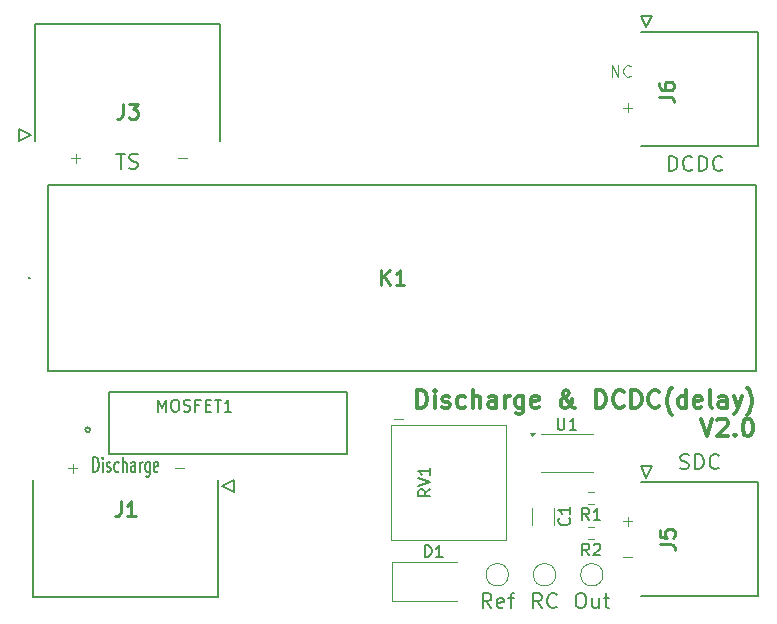
<source format=gbr>
%TF.GenerationSoftware,KiCad,Pcbnew,9.0.1-1.fc42*%
%TF.CreationDate,2025-04-27T23:47:53+08:00*%
%TF.ProjectId,discharge & time_delayforDCDC,64697363-6861-4726-9765-20262074696d,rev?*%
%TF.SameCoordinates,Original*%
%TF.FileFunction,Legend,Top*%
%TF.FilePolarity,Positive*%
%FSLAX46Y46*%
G04 Gerber Fmt 4.6, Leading zero omitted, Abs format (unit mm)*
G04 Created by KiCad (PCBNEW 9.0.1-1.fc42) date 2025-04-27 23:47:53*
%MOMM*%
%LPD*%
G01*
G04 APERTURE LIST*
%ADD10C,0.100000*%
%ADD11C,0.300000*%
%ADD12C,0.150000*%
%ADD13C,0.254000*%
%ADD14C,0.158750*%
%ADD15C,0.120000*%
%ADD16C,0.200000*%
%ADD17C,0.127000*%
%ADD18C,0.152400*%
G04 APERTURE END LIST*
D10*
X116553884Y-90241466D02*
X117315789Y-90241466D01*
X116934836Y-90622419D02*
X116934836Y-89860514D01*
X163303884Y-120991466D02*
X164065789Y-120991466D01*
X163684836Y-121372419D02*
X163684836Y-120610514D01*
X143913884Y-112326466D02*
X144675789Y-112326466D01*
X116303884Y-116491466D02*
X117065789Y-116491466D01*
X116684836Y-116872419D02*
X116684836Y-116110514D01*
X125553884Y-90241466D02*
X126315789Y-90241466D01*
X162303884Y-83372419D02*
X162303884Y-82372419D01*
X162303884Y-82372419D02*
X162875312Y-83372419D01*
X162875312Y-83372419D02*
X162875312Y-82372419D01*
X163922931Y-83277180D02*
X163875312Y-83324800D01*
X163875312Y-83324800D02*
X163732455Y-83372419D01*
X163732455Y-83372419D02*
X163637217Y-83372419D01*
X163637217Y-83372419D02*
X163494360Y-83324800D01*
X163494360Y-83324800D02*
X163399122Y-83229561D01*
X163399122Y-83229561D02*
X163351503Y-83134323D01*
X163351503Y-83134323D02*
X163303884Y-82943847D01*
X163303884Y-82943847D02*
X163303884Y-82800990D01*
X163303884Y-82800990D02*
X163351503Y-82610514D01*
X163351503Y-82610514D02*
X163399122Y-82515276D01*
X163399122Y-82515276D02*
X163494360Y-82420038D01*
X163494360Y-82420038D02*
X163637217Y-82372419D01*
X163637217Y-82372419D02*
X163732455Y-82372419D01*
X163732455Y-82372419D02*
X163875312Y-82420038D01*
X163875312Y-82420038D02*
X163922931Y-82467657D01*
X125303884Y-116491466D02*
X126065789Y-116491466D01*
D11*
X145838346Y-111385912D02*
X145838346Y-109885912D01*
X145838346Y-109885912D02*
X146195489Y-109885912D01*
X146195489Y-109885912D02*
X146409775Y-109957341D01*
X146409775Y-109957341D02*
X146552632Y-110100198D01*
X146552632Y-110100198D02*
X146624061Y-110243055D01*
X146624061Y-110243055D02*
X146695489Y-110528769D01*
X146695489Y-110528769D02*
X146695489Y-110743055D01*
X146695489Y-110743055D02*
X146624061Y-111028769D01*
X146624061Y-111028769D02*
X146552632Y-111171626D01*
X146552632Y-111171626D02*
X146409775Y-111314484D01*
X146409775Y-111314484D02*
X146195489Y-111385912D01*
X146195489Y-111385912D02*
X145838346Y-111385912D01*
X147338346Y-111385912D02*
X147338346Y-110385912D01*
X147338346Y-109885912D02*
X147266918Y-109957341D01*
X147266918Y-109957341D02*
X147338346Y-110028769D01*
X147338346Y-110028769D02*
X147409775Y-109957341D01*
X147409775Y-109957341D02*
X147338346Y-109885912D01*
X147338346Y-109885912D02*
X147338346Y-110028769D01*
X147981204Y-111314484D02*
X148124061Y-111385912D01*
X148124061Y-111385912D02*
X148409775Y-111385912D01*
X148409775Y-111385912D02*
X148552632Y-111314484D01*
X148552632Y-111314484D02*
X148624061Y-111171626D01*
X148624061Y-111171626D02*
X148624061Y-111100198D01*
X148624061Y-111100198D02*
X148552632Y-110957341D01*
X148552632Y-110957341D02*
X148409775Y-110885912D01*
X148409775Y-110885912D02*
X148195490Y-110885912D01*
X148195490Y-110885912D02*
X148052632Y-110814484D01*
X148052632Y-110814484D02*
X147981204Y-110671626D01*
X147981204Y-110671626D02*
X147981204Y-110600198D01*
X147981204Y-110600198D02*
X148052632Y-110457341D01*
X148052632Y-110457341D02*
X148195490Y-110385912D01*
X148195490Y-110385912D02*
X148409775Y-110385912D01*
X148409775Y-110385912D02*
X148552632Y-110457341D01*
X149909776Y-111314484D02*
X149766918Y-111385912D01*
X149766918Y-111385912D02*
X149481204Y-111385912D01*
X149481204Y-111385912D02*
X149338347Y-111314484D01*
X149338347Y-111314484D02*
X149266918Y-111243055D01*
X149266918Y-111243055D02*
X149195490Y-111100198D01*
X149195490Y-111100198D02*
X149195490Y-110671626D01*
X149195490Y-110671626D02*
X149266918Y-110528769D01*
X149266918Y-110528769D02*
X149338347Y-110457341D01*
X149338347Y-110457341D02*
X149481204Y-110385912D01*
X149481204Y-110385912D02*
X149766918Y-110385912D01*
X149766918Y-110385912D02*
X149909776Y-110457341D01*
X150552632Y-111385912D02*
X150552632Y-109885912D01*
X151195490Y-111385912D02*
X151195490Y-110600198D01*
X151195490Y-110600198D02*
X151124061Y-110457341D01*
X151124061Y-110457341D02*
X150981204Y-110385912D01*
X150981204Y-110385912D02*
X150766918Y-110385912D01*
X150766918Y-110385912D02*
X150624061Y-110457341D01*
X150624061Y-110457341D02*
X150552632Y-110528769D01*
X152552633Y-111385912D02*
X152552633Y-110600198D01*
X152552633Y-110600198D02*
X152481204Y-110457341D01*
X152481204Y-110457341D02*
X152338347Y-110385912D01*
X152338347Y-110385912D02*
X152052633Y-110385912D01*
X152052633Y-110385912D02*
X151909775Y-110457341D01*
X152552633Y-111314484D02*
X152409775Y-111385912D01*
X152409775Y-111385912D02*
X152052633Y-111385912D01*
X152052633Y-111385912D02*
X151909775Y-111314484D01*
X151909775Y-111314484D02*
X151838347Y-111171626D01*
X151838347Y-111171626D02*
X151838347Y-111028769D01*
X151838347Y-111028769D02*
X151909775Y-110885912D01*
X151909775Y-110885912D02*
X152052633Y-110814484D01*
X152052633Y-110814484D02*
X152409775Y-110814484D01*
X152409775Y-110814484D02*
X152552633Y-110743055D01*
X153266918Y-111385912D02*
X153266918Y-110385912D01*
X153266918Y-110671626D02*
X153338347Y-110528769D01*
X153338347Y-110528769D02*
X153409776Y-110457341D01*
X153409776Y-110457341D02*
X153552633Y-110385912D01*
X153552633Y-110385912D02*
X153695490Y-110385912D01*
X154838347Y-110385912D02*
X154838347Y-111600198D01*
X154838347Y-111600198D02*
X154766918Y-111743055D01*
X154766918Y-111743055D02*
X154695489Y-111814484D01*
X154695489Y-111814484D02*
X154552632Y-111885912D01*
X154552632Y-111885912D02*
X154338347Y-111885912D01*
X154338347Y-111885912D02*
X154195489Y-111814484D01*
X154838347Y-111314484D02*
X154695489Y-111385912D01*
X154695489Y-111385912D02*
X154409775Y-111385912D01*
X154409775Y-111385912D02*
X154266918Y-111314484D01*
X154266918Y-111314484D02*
X154195489Y-111243055D01*
X154195489Y-111243055D02*
X154124061Y-111100198D01*
X154124061Y-111100198D02*
X154124061Y-110671626D01*
X154124061Y-110671626D02*
X154195489Y-110528769D01*
X154195489Y-110528769D02*
X154266918Y-110457341D01*
X154266918Y-110457341D02*
X154409775Y-110385912D01*
X154409775Y-110385912D02*
X154695489Y-110385912D01*
X154695489Y-110385912D02*
X154838347Y-110457341D01*
X156124061Y-111314484D02*
X155981204Y-111385912D01*
X155981204Y-111385912D02*
X155695490Y-111385912D01*
X155695490Y-111385912D02*
X155552632Y-111314484D01*
X155552632Y-111314484D02*
X155481204Y-111171626D01*
X155481204Y-111171626D02*
X155481204Y-110600198D01*
X155481204Y-110600198D02*
X155552632Y-110457341D01*
X155552632Y-110457341D02*
X155695490Y-110385912D01*
X155695490Y-110385912D02*
X155981204Y-110385912D01*
X155981204Y-110385912D02*
X156124061Y-110457341D01*
X156124061Y-110457341D02*
X156195490Y-110600198D01*
X156195490Y-110600198D02*
X156195490Y-110743055D01*
X156195490Y-110743055D02*
X155481204Y-110885912D01*
X159195489Y-111385912D02*
X159124061Y-111385912D01*
X159124061Y-111385912D02*
X158981203Y-111314484D01*
X158981203Y-111314484D02*
X158766918Y-111100198D01*
X158766918Y-111100198D02*
X158409775Y-110671626D01*
X158409775Y-110671626D02*
X158266918Y-110457341D01*
X158266918Y-110457341D02*
X158195489Y-110243055D01*
X158195489Y-110243055D02*
X158195489Y-110100198D01*
X158195489Y-110100198D02*
X158266918Y-109957341D01*
X158266918Y-109957341D02*
X158409775Y-109885912D01*
X158409775Y-109885912D02*
X158481203Y-109885912D01*
X158481203Y-109885912D02*
X158624061Y-109957341D01*
X158624061Y-109957341D02*
X158695489Y-110100198D01*
X158695489Y-110100198D02*
X158695489Y-110171626D01*
X158695489Y-110171626D02*
X158624061Y-110314484D01*
X158624061Y-110314484D02*
X158552632Y-110385912D01*
X158552632Y-110385912D02*
X158124061Y-110671626D01*
X158124061Y-110671626D02*
X158052632Y-110743055D01*
X158052632Y-110743055D02*
X157981203Y-110885912D01*
X157981203Y-110885912D02*
X157981203Y-111100198D01*
X157981203Y-111100198D02*
X158052632Y-111243055D01*
X158052632Y-111243055D02*
X158124061Y-111314484D01*
X158124061Y-111314484D02*
X158266918Y-111385912D01*
X158266918Y-111385912D02*
X158481203Y-111385912D01*
X158481203Y-111385912D02*
X158624061Y-111314484D01*
X158624061Y-111314484D02*
X158695489Y-111243055D01*
X158695489Y-111243055D02*
X158909775Y-110957341D01*
X158909775Y-110957341D02*
X158981203Y-110743055D01*
X158981203Y-110743055D02*
X158981203Y-110600198D01*
X160981203Y-111385912D02*
X160981203Y-109885912D01*
X160981203Y-109885912D02*
X161338346Y-109885912D01*
X161338346Y-109885912D02*
X161552632Y-109957341D01*
X161552632Y-109957341D02*
X161695489Y-110100198D01*
X161695489Y-110100198D02*
X161766918Y-110243055D01*
X161766918Y-110243055D02*
X161838346Y-110528769D01*
X161838346Y-110528769D02*
X161838346Y-110743055D01*
X161838346Y-110743055D02*
X161766918Y-111028769D01*
X161766918Y-111028769D02*
X161695489Y-111171626D01*
X161695489Y-111171626D02*
X161552632Y-111314484D01*
X161552632Y-111314484D02*
X161338346Y-111385912D01*
X161338346Y-111385912D02*
X160981203Y-111385912D01*
X163338346Y-111243055D02*
X163266918Y-111314484D01*
X163266918Y-111314484D02*
X163052632Y-111385912D01*
X163052632Y-111385912D02*
X162909775Y-111385912D01*
X162909775Y-111385912D02*
X162695489Y-111314484D01*
X162695489Y-111314484D02*
X162552632Y-111171626D01*
X162552632Y-111171626D02*
X162481203Y-111028769D01*
X162481203Y-111028769D02*
X162409775Y-110743055D01*
X162409775Y-110743055D02*
X162409775Y-110528769D01*
X162409775Y-110528769D02*
X162481203Y-110243055D01*
X162481203Y-110243055D02*
X162552632Y-110100198D01*
X162552632Y-110100198D02*
X162695489Y-109957341D01*
X162695489Y-109957341D02*
X162909775Y-109885912D01*
X162909775Y-109885912D02*
X163052632Y-109885912D01*
X163052632Y-109885912D02*
X163266918Y-109957341D01*
X163266918Y-109957341D02*
X163338346Y-110028769D01*
X163981203Y-111385912D02*
X163981203Y-109885912D01*
X163981203Y-109885912D02*
X164338346Y-109885912D01*
X164338346Y-109885912D02*
X164552632Y-109957341D01*
X164552632Y-109957341D02*
X164695489Y-110100198D01*
X164695489Y-110100198D02*
X164766918Y-110243055D01*
X164766918Y-110243055D02*
X164838346Y-110528769D01*
X164838346Y-110528769D02*
X164838346Y-110743055D01*
X164838346Y-110743055D02*
X164766918Y-111028769D01*
X164766918Y-111028769D02*
X164695489Y-111171626D01*
X164695489Y-111171626D02*
X164552632Y-111314484D01*
X164552632Y-111314484D02*
X164338346Y-111385912D01*
X164338346Y-111385912D02*
X163981203Y-111385912D01*
X166338346Y-111243055D02*
X166266918Y-111314484D01*
X166266918Y-111314484D02*
X166052632Y-111385912D01*
X166052632Y-111385912D02*
X165909775Y-111385912D01*
X165909775Y-111385912D02*
X165695489Y-111314484D01*
X165695489Y-111314484D02*
X165552632Y-111171626D01*
X165552632Y-111171626D02*
X165481203Y-111028769D01*
X165481203Y-111028769D02*
X165409775Y-110743055D01*
X165409775Y-110743055D02*
X165409775Y-110528769D01*
X165409775Y-110528769D02*
X165481203Y-110243055D01*
X165481203Y-110243055D02*
X165552632Y-110100198D01*
X165552632Y-110100198D02*
X165695489Y-109957341D01*
X165695489Y-109957341D02*
X165909775Y-109885912D01*
X165909775Y-109885912D02*
X166052632Y-109885912D01*
X166052632Y-109885912D02*
X166266918Y-109957341D01*
X166266918Y-109957341D02*
X166338346Y-110028769D01*
X167409775Y-111957341D02*
X167338346Y-111885912D01*
X167338346Y-111885912D02*
X167195489Y-111671626D01*
X167195489Y-111671626D02*
X167124061Y-111528769D01*
X167124061Y-111528769D02*
X167052632Y-111314484D01*
X167052632Y-111314484D02*
X166981203Y-110957341D01*
X166981203Y-110957341D02*
X166981203Y-110671626D01*
X166981203Y-110671626D02*
X167052632Y-110314484D01*
X167052632Y-110314484D02*
X167124061Y-110100198D01*
X167124061Y-110100198D02*
X167195489Y-109957341D01*
X167195489Y-109957341D02*
X167338346Y-109743055D01*
X167338346Y-109743055D02*
X167409775Y-109671626D01*
X168624061Y-111385912D02*
X168624061Y-109885912D01*
X168624061Y-111314484D02*
X168481203Y-111385912D01*
X168481203Y-111385912D02*
X168195489Y-111385912D01*
X168195489Y-111385912D02*
X168052632Y-111314484D01*
X168052632Y-111314484D02*
X167981203Y-111243055D01*
X167981203Y-111243055D02*
X167909775Y-111100198D01*
X167909775Y-111100198D02*
X167909775Y-110671626D01*
X167909775Y-110671626D02*
X167981203Y-110528769D01*
X167981203Y-110528769D02*
X168052632Y-110457341D01*
X168052632Y-110457341D02*
X168195489Y-110385912D01*
X168195489Y-110385912D02*
X168481203Y-110385912D01*
X168481203Y-110385912D02*
X168624061Y-110457341D01*
X169909775Y-111314484D02*
X169766918Y-111385912D01*
X169766918Y-111385912D02*
X169481204Y-111385912D01*
X169481204Y-111385912D02*
X169338346Y-111314484D01*
X169338346Y-111314484D02*
X169266918Y-111171626D01*
X169266918Y-111171626D02*
X169266918Y-110600198D01*
X169266918Y-110600198D02*
X169338346Y-110457341D01*
X169338346Y-110457341D02*
X169481204Y-110385912D01*
X169481204Y-110385912D02*
X169766918Y-110385912D01*
X169766918Y-110385912D02*
X169909775Y-110457341D01*
X169909775Y-110457341D02*
X169981204Y-110600198D01*
X169981204Y-110600198D02*
X169981204Y-110743055D01*
X169981204Y-110743055D02*
X169266918Y-110885912D01*
X170838346Y-111385912D02*
X170695489Y-111314484D01*
X170695489Y-111314484D02*
X170624060Y-111171626D01*
X170624060Y-111171626D02*
X170624060Y-109885912D01*
X172052632Y-111385912D02*
X172052632Y-110600198D01*
X172052632Y-110600198D02*
X171981203Y-110457341D01*
X171981203Y-110457341D02*
X171838346Y-110385912D01*
X171838346Y-110385912D02*
X171552632Y-110385912D01*
X171552632Y-110385912D02*
X171409774Y-110457341D01*
X172052632Y-111314484D02*
X171909774Y-111385912D01*
X171909774Y-111385912D02*
X171552632Y-111385912D01*
X171552632Y-111385912D02*
X171409774Y-111314484D01*
X171409774Y-111314484D02*
X171338346Y-111171626D01*
X171338346Y-111171626D02*
X171338346Y-111028769D01*
X171338346Y-111028769D02*
X171409774Y-110885912D01*
X171409774Y-110885912D02*
X171552632Y-110814484D01*
X171552632Y-110814484D02*
X171909774Y-110814484D01*
X171909774Y-110814484D02*
X172052632Y-110743055D01*
X172624060Y-110385912D02*
X172981203Y-111385912D01*
X173338346Y-110385912D02*
X172981203Y-111385912D01*
X172981203Y-111385912D02*
X172838346Y-111743055D01*
X172838346Y-111743055D02*
X172766917Y-111814484D01*
X172766917Y-111814484D02*
X172624060Y-111885912D01*
X173766917Y-111957341D02*
X173838346Y-111885912D01*
X173838346Y-111885912D02*
X173981203Y-111671626D01*
X173981203Y-111671626D02*
X174052632Y-111528769D01*
X174052632Y-111528769D02*
X174124060Y-111314484D01*
X174124060Y-111314484D02*
X174195489Y-110957341D01*
X174195489Y-110957341D02*
X174195489Y-110671626D01*
X174195489Y-110671626D02*
X174124060Y-110314484D01*
X174124060Y-110314484D02*
X174052632Y-110100198D01*
X174052632Y-110100198D02*
X173981203Y-109957341D01*
X173981203Y-109957341D02*
X173838346Y-109743055D01*
X173838346Y-109743055D02*
X173766917Y-109671626D01*
X169838347Y-112300828D02*
X170338347Y-113800828D01*
X170338347Y-113800828D02*
X170838347Y-112300828D01*
X171266918Y-112443685D02*
X171338346Y-112372257D01*
X171338346Y-112372257D02*
X171481204Y-112300828D01*
X171481204Y-112300828D02*
X171838346Y-112300828D01*
X171838346Y-112300828D02*
X171981204Y-112372257D01*
X171981204Y-112372257D02*
X172052632Y-112443685D01*
X172052632Y-112443685D02*
X172124061Y-112586542D01*
X172124061Y-112586542D02*
X172124061Y-112729400D01*
X172124061Y-112729400D02*
X172052632Y-112943685D01*
X172052632Y-112943685D02*
X171195489Y-113800828D01*
X171195489Y-113800828D02*
X172124061Y-113800828D01*
X172766917Y-113657971D02*
X172838346Y-113729400D01*
X172838346Y-113729400D02*
X172766917Y-113800828D01*
X172766917Y-113800828D02*
X172695489Y-113729400D01*
X172695489Y-113729400D02*
X172766917Y-113657971D01*
X172766917Y-113657971D02*
X172766917Y-113800828D01*
X173766918Y-112300828D02*
X173909775Y-112300828D01*
X173909775Y-112300828D02*
X174052632Y-112372257D01*
X174052632Y-112372257D02*
X174124061Y-112443685D01*
X174124061Y-112443685D02*
X174195489Y-112586542D01*
X174195489Y-112586542D02*
X174266918Y-112872257D01*
X174266918Y-112872257D02*
X174266918Y-113229400D01*
X174266918Y-113229400D02*
X174195489Y-113515114D01*
X174195489Y-113515114D02*
X174124061Y-113657971D01*
X174124061Y-113657971D02*
X174052632Y-113729400D01*
X174052632Y-113729400D02*
X173909775Y-113800828D01*
X173909775Y-113800828D02*
X173766918Y-113800828D01*
X173766918Y-113800828D02*
X173624061Y-113729400D01*
X173624061Y-113729400D02*
X173552632Y-113657971D01*
X173552632Y-113657971D02*
X173481203Y-113515114D01*
X173481203Y-113515114D02*
X173409775Y-113229400D01*
X173409775Y-113229400D02*
X173409775Y-112872257D01*
X173409775Y-112872257D02*
X173481203Y-112586542D01*
X173481203Y-112586542D02*
X173552632Y-112443685D01*
X173552632Y-112443685D02*
X173624061Y-112372257D01*
X173624061Y-112372257D02*
X173766918Y-112300828D01*
D10*
X163303884Y-85991466D02*
X164065789Y-85991466D01*
X163684836Y-86372419D02*
X163684836Y-85610514D01*
X163303884Y-123991466D02*
X164065789Y-123991466D01*
D12*
X146486905Y-124024819D02*
X146486905Y-123024819D01*
X146486905Y-123024819D02*
X146725000Y-123024819D01*
X146725000Y-123024819D02*
X146867857Y-123072438D01*
X146867857Y-123072438D02*
X146963095Y-123167676D01*
X146963095Y-123167676D02*
X147010714Y-123262914D01*
X147010714Y-123262914D02*
X147058333Y-123453390D01*
X147058333Y-123453390D02*
X147058333Y-123596247D01*
X147058333Y-123596247D02*
X147010714Y-123786723D01*
X147010714Y-123786723D02*
X146963095Y-123881961D01*
X146963095Y-123881961D02*
X146867857Y-123977200D01*
X146867857Y-123977200D02*
X146725000Y-124024819D01*
X146725000Y-124024819D02*
X146486905Y-124024819D01*
X148010714Y-124024819D02*
X147439286Y-124024819D01*
X147725000Y-124024819D02*
X147725000Y-123024819D01*
X147725000Y-123024819D02*
X147629762Y-123167676D01*
X147629762Y-123167676D02*
X147534524Y-123262914D01*
X147534524Y-123262914D02*
X147439286Y-123310533D01*
D13*
X142812618Y-100974318D02*
X142812618Y-99704318D01*
X143538333Y-100974318D02*
X142994047Y-100248603D01*
X143538333Y-99704318D02*
X142812618Y-100430032D01*
X144747857Y-100974318D02*
X144022142Y-100974318D01*
X144384999Y-100974318D02*
X144384999Y-99704318D01*
X144384999Y-99704318D02*
X144264047Y-99885746D01*
X144264047Y-99885746D02*
X144143095Y-100006699D01*
X144143095Y-100006699D02*
X144022142Y-100067175D01*
X120926667Y-85624318D02*
X120926667Y-86531461D01*
X120926667Y-86531461D02*
X120866190Y-86712889D01*
X120866190Y-86712889D02*
X120745238Y-86833842D01*
X120745238Y-86833842D02*
X120563809Y-86894318D01*
X120563809Y-86894318D02*
X120442857Y-86894318D01*
X121410476Y-85624318D02*
X122196667Y-85624318D01*
X122196667Y-85624318D02*
X121773333Y-86108127D01*
X121773333Y-86108127D02*
X121954762Y-86108127D01*
X121954762Y-86108127D02*
X122075714Y-86168603D01*
X122075714Y-86168603D02*
X122136190Y-86229080D01*
X122136190Y-86229080D02*
X122196667Y-86350032D01*
X122196667Y-86350032D02*
X122196667Y-86652413D01*
X122196667Y-86652413D02*
X122136190Y-86773365D01*
X122136190Y-86773365D02*
X122075714Y-86833842D01*
X122075714Y-86833842D02*
X121954762Y-86894318D01*
X121954762Y-86894318D02*
X121591905Y-86894318D01*
X121591905Y-86894318D02*
X121470952Y-86833842D01*
X121470952Y-86833842D02*
X121410476Y-86773365D01*
D12*
X120382381Y-89879726D02*
X121108095Y-89879726D01*
X120745238Y-91149726D02*
X120745238Y-89879726D01*
X121470952Y-91089250D02*
X121652381Y-91149726D01*
X121652381Y-91149726D02*
X121954762Y-91149726D01*
X121954762Y-91149726D02*
X122075714Y-91089250D01*
X122075714Y-91089250D02*
X122136190Y-91028773D01*
X122136190Y-91028773D02*
X122196667Y-90907821D01*
X122196667Y-90907821D02*
X122196667Y-90786869D01*
X122196667Y-90786869D02*
X122136190Y-90665916D01*
X122136190Y-90665916D02*
X122075714Y-90605440D01*
X122075714Y-90605440D02*
X121954762Y-90544964D01*
X121954762Y-90544964D02*
X121712857Y-90484488D01*
X121712857Y-90484488D02*
X121591905Y-90424011D01*
X121591905Y-90424011D02*
X121531428Y-90363535D01*
X121531428Y-90363535D02*
X121470952Y-90242583D01*
X121470952Y-90242583D02*
X121470952Y-90121630D01*
X121470952Y-90121630D02*
X121531428Y-90000678D01*
X121531428Y-90000678D02*
X121591905Y-89940202D01*
X121591905Y-89940202D02*
X121712857Y-89879726D01*
X121712857Y-89879726D02*
X122015238Y-89879726D01*
X122015238Y-89879726D02*
X122196667Y-89940202D01*
X146939819Y-118290238D02*
X146463628Y-118623571D01*
X146939819Y-118861666D02*
X145939819Y-118861666D01*
X145939819Y-118861666D02*
X145939819Y-118480714D01*
X145939819Y-118480714D02*
X145987438Y-118385476D01*
X145987438Y-118385476D02*
X146035057Y-118337857D01*
X146035057Y-118337857D02*
X146130295Y-118290238D01*
X146130295Y-118290238D02*
X146273152Y-118290238D01*
X146273152Y-118290238D02*
X146368390Y-118337857D01*
X146368390Y-118337857D02*
X146416009Y-118385476D01*
X146416009Y-118385476D02*
X146463628Y-118480714D01*
X146463628Y-118480714D02*
X146463628Y-118861666D01*
X145939819Y-118004523D02*
X146939819Y-117671190D01*
X146939819Y-117671190D02*
X145939819Y-117337857D01*
X146939819Y-116480714D02*
X146939819Y-117052142D01*
X146939819Y-116766428D02*
X145939819Y-116766428D01*
X145939819Y-116766428D02*
X146082676Y-116861666D01*
X146082676Y-116861666D02*
X146177914Y-116956904D01*
X146177914Y-116956904D02*
X146225533Y-117052142D01*
X160403333Y-123884819D02*
X160070000Y-123408628D01*
X159831905Y-123884819D02*
X159831905Y-122884819D01*
X159831905Y-122884819D02*
X160212857Y-122884819D01*
X160212857Y-122884819D02*
X160308095Y-122932438D01*
X160308095Y-122932438D02*
X160355714Y-122980057D01*
X160355714Y-122980057D02*
X160403333Y-123075295D01*
X160403333Y-123075295D02*
X160403333Y-123218152D01*
X160403333Y-123218152D02*
X160355714Y-123313390D01*
X160355714Y-123313390D02*
X160308095Y-123361009D01*
X160308095Y-123361009D02*
X160212857Y-123408628D01*
X160212857Y-123408628D02*
X159831905Y-123408628D01*
X160784286Y-122980057D02*
X160831905Y-122932438D01*
X160831905Y-122932438D02*
X160927143Y-122884819D01*
X160927143Y-122884819D02*
X161165238Y-122884819D01*
X161165238Y-122884819D02*
X161260476Y-122932438D01*
X161260476Y-122932438D02*
X161308095Y-122980057D01*
X161308095Y-122980057D02*
X161355714Y-123075295D01*
X161355714Y-123075295D02*
X161355714Y-123170533D01*
X161355714Y-123170533D02*
X161308095Y-123313390D01*
X161308095Y-123313390D02*
X160736667Y-123884819D01*
X160736667Y-123884819D02*
X161355714Y-123884819D01*
X158709580Y-120726666D02*
X158757200Y-120774285D01*
X158757200Y-120774285D02*
X158804819Y-120917142D01*
X158804819Y-120917142D02*
X158804819Y-121012380D01*
X158804819Y-121012380D02*
X158757200Y-121155237D01*
X158757200Y-121155237D02*
X158661961Y-121250475D01*
X158661961Y-121250475D02*
X158566723Y-121298094D01*
X158566723Y-121298094D02*
X158376247Y-121345713D01*
X158376247Y-121345713D02*
X158233390Y-121345713D01*
X158233390Y-121345713D02*
X158042914Y-121298094D01*
X158042914Y-121298094D02*
X157947676Y-121250475D01*
X157947676Y-121250475D02*
X157852438Y-121155237D01*
X157852438Y-121155237D02*
X157804819Y-121012380D01*
X157804819Y-121012380D02*
X157804819Y-120917142D01*
X157804819Y-120917142D02*
X157852438Y-120774285D01*
X157852438Y-120774285D02*
X157900057Y-120726666D01*
X158804819Y-119774285D02*
X158804819Y-120345713D01*
X158804819Y-120059999D02*
X157804819Y-120059999D01*
X157804819Y-120059999D02*
X157947676Y-120155237D01*
X157947676Y-120155237D02*
X158042914Y-120250475D01*
X158042914Y-120250475D02*
X158090533Y-120345713D01*
X160403333Y-120884819D02*
X160070000Y-120408628D01*
X159831905Y-120884819D02*
X159831905Y-119884819D01*
X159831905Y-119884819D02*
X160212857Y-119884819D01*
X160212857Y-119884819D02*
X160308095Y-119932438D01*
X160308095Y-119932438D02*
X160355714Y-119980057D01*
X160355714Y-119980057D02*
X160403333Y-120075295D01*
X160403333Y-120075295D02*
X160403333Y-120218152D01*
X160403333Y-120218152D02*
X160355714Y-120313390D01*
X160355714Y-120313390D02*
X160308095Y-120361009D01*
X160308095Y-120361009D02*
X160212857Y-120408628D01*
X160212857Y-120408628D02*
X159831905Y-120408628D01*
X161355714Y-120884819D02*
X160784286Y-120884819D01*
X161070000Y-120884819D02*
X161070000Y-119884819D01*
X161070000Y-119884819D02*
X160974762Y-120027676D01*
X160974762Y-120027676D02*
X160879524Y-120122914D01*
X160879524Y-120122914D02*
X160784286Y-120170533D01*
D13*
X120726667Y-119304318D02*
X120726667Y-120211461D01*
X120726667Y-120211461D02*
X120666190Y-120392889D01*
X120666190Y-120392889D02*
X120545238Y-120513842D01*
X120545238Y-120513842D02*
X120363809Y-120574318D01*
X120363809Y-120574318D02*
X120242857Y-120574318D01*
X121996667Y-120574318D02*
X121270952Y-120574318D01*
X121633809Y-120574318D02*
X121633809Y-119304318D01*
X121633809Y-119304318D02*
X121512857Y-119485746D01*
X121512857Y-119485746D02*
X121391905Y-119606699D01*
X121391905Y-119606699D02*
X121270952Y-119667175D01*
D12*
X118407143Y-116829726D02*
X118407143Y-115559726D01*
X118407143Y-115559726D02*
X118597619Y-115559726D01*
X118597619Y-115559726D02*
X118711905Y-115620202D01*
X118711905Y-115620202D02*
X118788095Y-115741154D01*
X118788095Y-115741154D02*
X118826190Y-115862107D01*
X118826190Y-115862107D02*
X118864286Y-116104011D01*
X118864286Y-116104011D02*
X118864286Y-116285440D01*
X118864286Y-116285440D02*
X118826190Y-116527345D01*
X118826190Y-116527345D02*
X118788095Y-116648297D01*
X118788095Y-116648297D02*
X118711905Y-116769250D01*
X118711905Y-116769250D02*
X118597619Y-116829726D01*
X118597619Y-116829726D02*
X118407143Y-116829726D01*
X119207143Y-116829726D02*
X119207143Y-115983059D01*
X119207143Y-115559726D02*
X119169047Y-115620202D01*
X119169047Y-115620202D02*
X119207143Y-115680678D01*
X119207143Y-115680678D02*
X119245238Y-115620202D01*
X119245238Y-115620202D02*
X119207143Y-115559726D01*
X119207143Y-115559726D02*
X119207143Y-115680678D01*
X119549999Y-116769250D02*
X119626190Y-116829726D01*
X119626190Y-116829726D02*
X119778571Y-116829726D01*
X119778571Y-116829726D02*
X119854761Y-116769250D01*
X119854761Y-116769250D02*
X119892857Y-116648297D01*
X119892857Y-116648297D02*
X119892857Y-116587821D01*
X119892857Y-116587821D02*
X119854761Y-116466869D01*
X119854761Y-116466869D02*
X119778571Y-116406392D01*
X119778571Y-116406392D02*
X119664285Y-116406392D01*
X119664285Y-116406392D02*
X119588095Y-116345916D01*
X119588095Y-116345916D02*
X119549999Y-116224964D01*
X119549999Y-116224964D02*
X119549999Y-116164488D01*
X119549999Y-116164488D02*
X119588095Y-116043535D01*
X119588095Y-116043535D02*
X119664285Y-115983059D01*
X119664285Y-115983059D02*
X119778571Y-115983059D01*
X119778571Y-115983059D02*
X119854761Y-116043535D01*
X120578571Y-116769250D02*
X120502380Y-116829726D01*
X120502380Y-116829726D02*
X120349999Y-116829726D01*
X120349999Y-116829726D02*
X120273809Y-116769250D01*
X120273809Y-116769250D02*
X120235714Y-116708773D01*
X120235714Y-116708773D02*
X120197618Y-116587821D01*
X120197618Y-116587821D02*
X120197618Y-116224964D01*
X120197618Y-116224964D02*
X120235714Y-116104011D01*
X120235714Y-116104011D02*
X120273809Y-116043535D01*
X120273809Y-116043535D02*
X120349999Y-115983059D01*
X120349999Y-115983059D02*
X120502380Y-115983059D01*
X120502380Y-115983059D02*
X120578571Y-116043535D01*
X120921428Y-116829726D02*
X120921428Y-115559726D01*
X121264285Y-116829726D02*
X121264285Y-116164488D01*
X121264285Y-116164488D02*
X121226190Y-116043535D01*
X121226190Y-116043535D02*
X121149999Y-115983059D01*
X121149999Y-115983059D02*
X121035713Y-115983059D01*
X121035713Y-115983059D02*
X120959523Y-116043535D01*
X120959523Y-116043535D02*
X120921428Y-116104011D01*
X121988095Y-116829726D02*
X121988095Y-116164488D01*
X121988095Y-116164488D02*
X121950000Y-116043535D01*
X121950000Y-116043535D02*
X121873809Y-115983059D01*
X121873809Y-115983059D02*
X121721428Y-115983059D01*
X121721428Y-115983059D02*
X121645238Y-116043535D01*
X121988095Y-116769250D02*
X121911904Y-116829726D01*
X121911904Y-116829726D02*
X121721428Y-116829726D01*
X121721428Y-116829726D02*
X121645238Y-116769250D01*
X121645238Y-116769250D02*
X121607142Y-116648297D01*
X121607142Y-116648297D02*
X121607142Y-116527345D01*
X121607142Y-116527345D02*
X121645238Y-116406392D01*
X121645238Y-116406392D02*
X121721428Y-116345916D01*
X121721428Y-116345916D02*
X121911904Y-116345916D01*
X121911904Y-116345916D02*
X121988095Y-116285440D01*
X122369048Y-116829726D02*
X122369048Y-115983059D01*
X122369048Y-116224964D02*
X122407143Y-116104011D01*
X122407143Y-116104011D02*
X122445238Y-116043535D01*
X122445238Y-116043535D02*
X122521429Y-115983059D01*
X122521429Y-115983059D02*
X122597619Y-115983059D01*
X123207143Y-115983059D02*
X123207143Y-117011154D01*
X123207143Y-117011154D02*
X123169048Y-117132107D01*
X123169048Y-117132107D02*
X123130952Y-117192583D01*
X123130952Y-117192583D02*
X123054762Y-117253059D01*
X123054762Y-117253059D02*
X122940476Y-117253059D01*
X122940476Y-117253059D02*
X122864286Y-117192583D01*
X123207143Y-116769250D02*
X123130952Y-116829726D01*
X123130952Y-116829726D02*
X122978571Y-116829726D01*
X122978571Y-116829726D02*
X122902381Y-116769250D01*
X122902381Y-116769250D02*
X122864286Y-116708773D01*
X122864286Y-116708773D02*
X122826190Y-116587821D01*
X122826190Y-116587821D02*
X122826190Y-116224964D01*
X122826190Y-116224964D02*
X122864286Y-116104011D01*
X122864286Y-116104011D02*
X122902381Y-116043535D01*
X122902381Y-116043535D02*
X122978571Y-115983059D01*
X122978571Y-115983059D02*
X123130952Y-115983059D01*
X123130952Y-115983059D02*
X123207143Y-116043535D01*
X123892858Y-116769250D02*
X123816667Y-116829726D01*
X123816667Y-116829726D02*
X123664286Y-116829726D01*
X123664286Y-116829726D02*
X123588096Y-116769250D01*
X123588096Y-116769250D02*
X123550000Y-116648297D01*
X123550000Y-116648297D02*
X123550000Y-116164488D01*
X123550000Y-116164488D02*
X123588096Y-116043535D01*
X123588096Y-116043535D02*
X123664286Y-115983059D01*
X123664286Y-115983059D02*
X123816667Y-115983059D01*
X123816667Y-115983059D02*
X123892858Y-116043535D01*
X123892858Y-116043535D02*
X123930953Y-116164488D01*
X123930953Y-116164488D02*
X123930953Y-116285440D01*
X123930953Y-116285440D02*
X123550000Y-116406392D01*
X157738095Y-112254819D02*
X157738095Y-113064342D01*
X157738095Y-113064342D02*
X157785714Y-113159580D01*
X157785714Y-113159580D02*
X157833333Y-113207200D01*
X157833333Y-113207200D02*
X157928571Y-113254819D01*
X157928571Y-113254819D02*
X158119047Y-113254819D01*
X158119047Y-113254819D02*
X158214285Y-113207200D01*
X158214285Y-113207200D02*
X158261904Y-113159580D01*
X158261904Y-113159580D02*
X158309523Y-113064342D01*
X158309523Y-113064342D02*
X158309523Y-112254819D01*
X159309523Y-113254819D02*
X158738095Y-113254819D01*
X159023809Y-113254819D02*
X159023809Y-112254819D01*
X159023809Y-112254819D02*
X158928571Y-112397676D01*
X158928571Y-112397676D02*
X158833333Y-112492914D01*
X158833333Y-112492914D02*
X158738095Y-112540533D01*
X123928571Y-111704819D02*
X123928571Y-110704819D01*
X123928571Y-110704819D02*
X124261904Y-111419104D01*
X124261904Y-111419104D02*
X124595237Y-110704819D01*
X124595237Y-110704819D02*
X124595237Y-111704819D01*
X125261904Y-110704819D02*
X125452380Y-110704819D01*
X125452380Y-110704819D02*
X125547618Y-110752438D01*
X125547618Y-110752438D02*
X125642856Y-110847676D01*
X125642856Y-110847676D02*
X125690475Y-111038152D01*
X125690475Y-111038152D02*
X125690475Y-111371485D01*
X125690475Y-111371485D02*
X125642856Y-111561961D01*
X125642856Y-111561961D02*
X125547618Y-111657200D01*
X125547618Y-111657200D02*
X125452380Y-111704819D01*
X125452380Y-111704819D02*
X125261904Y-111704819D01*
X125261904Y-111704819D02*
X125166666Y-111657200D01*
X125166666Y-111657200D02*
X125071428Y-111561961D01*
X125071428Y-111561961D02*
X125023809Y-111371485D01*
X125023809Y-111371485D02*
X125023809Y-111038152D01*
X125023809Y-111038152D02*
X125071428Y-110847676D01*
X125071428Y-110847676D02*
X125166666Y-110752438D01*
X125166666Y-110752438D02*
X125261904Y-110704819D01*
X126071428Y-111657200D02*
X126214285Y-111704819D01*
X126214285Y-111704819D02*
X126452380Y-111704819D01*
X126452380Y-111704819D02*
X126547618Y-111657200D01*
X126547618Y-111657200D02*
X126595237Y-111609580D01*
X126595237Y-111609580D02*
X126642856Y-111514342D01*
X126642856Y-111514342D02*
X126642856Y-111419104D01*
X126642856Y-111419104D02*
X126595237Y-111323866D01*
X126595237Y-111323866D02*
X126547618Y-111276247D01*
X126547618Y-111276247D02*
X126452380Y-111228628D01*
X126452380Y-111228628D02*
X126261904Y-111181009D01*
X126261904Y-111181009D02*
X126166666Y-111133390D01*
X126166666Y-111133390D02*
X126119047Y-111085771D01*
X126119047Y-111085771D02*
X126071428Y-110990533D01*
X126071428Y-110990533D02*
X126071428Y-110895295D01*
X126071428Y-110895295D02*
X126119047Y-110800057D01*
X126119047Y-110800057D02*
X126166666Y-110752438D01*
X126166666Y-110752438D02*
X126261904Y-110704819D01*
X126261904Y-110704819D02*
X126499999Y-110704819D01*
X126499999Y-110704819D02*
X126642856Y-110752438D01*
X127404761Y-111181009D02*
X127071428Y-111181009D01*
X127071428Y-111704819D02*
X127071428Y-110704819D01*
X127071428Y-110704819D02*
X127547618Y-110704819D01*
X127928571Y-111181009D02*
X128261904Y-111181009D01*
X128404761Y-111704819D02*
X127928571Y-111704819D01*
X127928571Y-111704819D02*
X127928571Y-110704819D01*
X127928571Y-110704819D02*
X128404761Y-110704819D01*
X128690476Y-110704819D02*
X129261904Y-110704819D01*
X128976190Y-111704819D02*
X128976190Y-110704819D01*
X130119047Y-111704819D02*
X129547619Y-111704819D01*
X129833333Y-111704819D02*
X129833333Y-110704819D01*
X129833333Y-110704819D02*
X129738095Y-110847676D01*
X129738095Y-110847676D02*
X129642857Y-110942914D01*
X129642857Y-110942914D02*
X129547619Y-110990533D01*
D14*
X159566666Y-127084271D02*
X159808571Y-127084271D01*
X159808571Y-127084271D02*
X159929523Y-127144747D01*
X159929523Y-127144747D02*
X160050476Y-127265699D01*
X160050476Y-127265699D02*
X160110952Y-127507604D01*
X160110952Y-127507604D02*
X160110952Y-127930937D01*
X160110952Y-127930937D02*
X160050476Y-128172842D01*
X160050476Y-128172842D02*
X159929523Y-128293795D01*
X159929523Y-128293795D02*
X159808571Y-128354271D01*
X159808571Y-128354271D02*
X159566666Y-128354271D01*
X159566666Y-128354271D02*
X159445714Y-128293795D01*
X159445714Y-128293795D02*
X159324761Y-128172842D01*
X159324761Y-128172842D02*
X159264285Y-127930937D01*
X159264285Y-127930937D02*
X159264285Y-127507604D01*
X159264285Y-127507604D02*
X159324761Y-127265699D01*
X159324761Y-127265699D02*
X159445714Y-127144747D01*
X159445714Y-127144747D02*
X159566666Y-127084271D01*
X161199523Y-127507604D02*
X161199523Y-128354271D01*
X160655237Y-127507604D02*
X160655237Y-128172842D01*
X160655237Y-128172842D02*
X160715714Y-128293795D01*
X160715714Y-128293795D02*
X160836666Y-128354271D01*
X160836666Y-128354271D02*
X161018095Y-128354271D01*
X161018095Y-128354271D02*
X161139047Y-128293795D01*
X161139047Y-128293795D02*
X161199523Y-128233318D01*
X161622857Y-127507604D02*
X162106666Y-127507604D01*
X161804285Y-127084271D02*
X161804285Y-128172842D01*
X161804285Y-128172842D02*
X161864762Y-128293795D01*
X161864762Y-128293795D02*
X161985714Y-128354271D01*
X161985714Y-128354271D02*
X162106666Y-128354271D01*
D13*
X166308518Y-85053332D02*
X167215661Y-85053332D01*
X167215661Y-85053332D02*
X167397089Y-85113809D01*
X167397089Y-85113809D02*
X167518042Y-85234761D01*
X167518042Y-85234761D02*
X167578518Y-85416190D01*
X167578518Y-85416190D02*
X167578518Y-85537142D01*
X166308518Y-83904285D02*
X166308518Y-84146190D01*
X166308518Y-84146190D02*
X166368994Y-84267142D01*
X166368994Y-84267142D02*
X166429470Y-84327618D01*
X166429470Y-84327618D02*
X166610899Y-84448571D01*
X166610899Y-84448571D02*
X166852803Y-84509047D01*
X166852803Y-84509047D02*
X167336613Y-84509047D01*
X167336613Y-84509047D02*
X167457565Y-84448571D01*
X167457565Y-84448571D02*
X167518042Y-84388094D01*
X167518042Y-84388094D02*
X167578518Y-84267142D01*
X167578518Y-84267142D02*
X167578518Y-84025237D01*
X167578518Y-84025237D02*
X167518042Y-83904285D01*
X167518042Y-83904285D02*
X167457565Y-83843809D01*
X167457565Y-83843809D02*
X167336613Y-83783332D01*
X167336613Y-83783332D02*
X167034232Y-83783332D01*
X167034232Y-83783332D02*
X166913280Y-83843809D01*
X166913280Y-83843809D02*
X166852803Y-83904285D01*
X166852803Y-83904285D02*
X166792327Y-84025237D01*
X166792327Y-84025237D02*
X166792327Y-84267142D01*
X166792327Y-84267142D02*
X166852803Y-84388094D01*
X166852803Y-84388094D02*
X166913280Y-84448571D01*
X166913280Y-84448571D02*
X167034232Y-84509047D01*
D12*
X167142380Y-91325526D02*
X167142380Y-90055526D01*
X167142380Y-90055526D02*
X167444761Y-90055526D01*
X167444761Y-90055526D02*
X167626190Y-90116002D01*
X167626190Y-90116002D02*
X167747142Y-90236954D01*
X167747142Y-90236954D02*
X167807619Y-90357907D01*
X167807619Y-90357907D02*
X167868095Y-90599811D01*
X167868095Y-90599811D02*
X167868095Y-90781240D01*
X167868095Y-90781240D02*
X167807619Y-91023145D01*
X167807619Y-91023145D02*
X167747142Y-91144097D01*
X167747142Y-91144097D02*
X167626190Y-91265050D01*
X167626190Y-91265050D02*
X167444761Y-91325526D01*
X167444761Y-91325526D02*
X167142380Y-91325526D01*
X169138095Y-91204573D02*
X169077619Y-91265050D01*
X169077619Y-91265050D02*
X168896190Y-91325526D01*
X168896190Y-91325526D02*
X168775238Y-91325526D01*
X168775238Y-91325526D02*
X168593809Y-91265050D01*
X168593809Y-91265050D02*
X168472857Y-91144097D01*
X168472857Y-91144097D02*
X168412380Y-91023145D01*
X168412380Y-91023145D02*
X168351904Y-90781240D01*
X168351904Y-90781240D02*
X168351904Y-90599811D01*
X168351904Y-90599811D02*
X168412380Y-90357907D01*
X168412380Y-90357907D02*
X168472857Y-90236954D01*
X168472857Y-90236954D02*
X168593809Y-90116002D01*
X168593809Y-90116002D02*
X168775238Y-90055526D01*
X168775238Y-90055526D02*
X168896190Y-90055526D01*
X168896190Y-90055526D02*
X169077619Y-90116002D01*
X169077619Y-90116002D02*
X169138095Y-90176478D01*
X169682380Y-91325526D02*
X169682380Y-90055526D01*
X169682380Y-90055526D02*
X169984761Y-90055526D01*
X169984761Y-90055526D02*
X170166190Y-90116002D01*
X170166190Y-90116002D02*
X170287142Y-90236954D01*
X170287142Y-90236954D02*
X170347619Y-90357907D01*
X170347619Y-90357907D02*
X170408095Y-90599811D01*
X170408095Y-90599811D02*
X170408095Y-90781240D01*
X170408095Y-90781240D02*
X170347619Y-91023145D01*
X170347619Y-91023145D02*
X170287142Y-91144097D01*
X170287142Y-91144097D02*
X170166190Y-91265050D01*
X170166190Y-91265050D02*
X169984761Y-91325526D01*
X169984761Y-91325526D02*
X169682380Y-91325526D01*
X171678095Y-91204573D02*
X171617619Y-91265050D01*
X171617619Y-91265050D02*
X171436190Y-91325526D01*
X171436190Y-91325526D02*
X171315238Y-91325526D01*
X171315238Y-91325526D02*
X171133809Y-91265050D01*
X171133809Y-91265050D02*
X171012857Y-91144097D01*
X171012857Y-91144097D02*
X170952380Y-91023145D01*
X170952380Y-91023145D02*
X170891904Y-90781240D01*
X170891904Y-90781240D02*
X170891904Y-90599811D01*
X170891904Y-90599811D02*
X170952380Y-90357907D01*
X170952380Y-90357907D02*
X171012857Y-90236954D01*
X171012857Y-90236954D02*
X171133809Y-90116002D01*
X171133809Y-90116002D02*
X171315238Y-90055526D01*
X171315238Y-90055526D02*
X171436190Y-90055526D01*
X171436190Y-90055526D02*
X171617619Y-90116002D01*
X171617619Y-90116002D02*
X171678095Y-90176478D01*
X152110953Y-128354726D02*
X151687619Y-127749964D01*
X151385238Y-128354726D02*
X151385238Y-127084726D01*
X151385238Y-127084726D02*
X151869048Y-127084726D01*
X151869048Y-127084726D02*
X151990000Y-127145202D01*
X151990000Y-127145202D02*
X152050477Y-127205678D01*
X152050477Y-127205678D02*
X152110953Y-127326630D01*
X152110953Y-127326630D02*
X152110953Y-127508059D01*
X152110953Y-127508059D02*
X152050477Y-127629011D01*
X152050477Y-127629011D02*
X151990000Y-127689488D01*
X151990000Y-127689488D02*
X151869048Y-127749964D01*
X151869048Y-127749964D02*
X151385238Y-127749964D01*
X153139048Y-128294250D02*
X153018096Y-128354726D01*
X153018096Y-128354726D02*
X152776191Y-128354726D01*
X152776191Y-128354726D02*
X152655238Y-128294250D01*
X152655238Y-128294250D02*
X152594762Y-128173297D01*
X152594762Y-128173297D02*
X152594762Y-127689488D01*
X152594762Y-127689488D02*
X152655238Y-127568535D01*
X152655238Y-127568535D02*
X152776191Y-127508059D01*
X152776191Y-127508059D02*
X153018096Y-127508059D01*
X153018096Y-127508059D02*
X153139048Y-127568535D01*
X153139048Y-127568535D02*
X153199524Y-127689488D01*
X153199524Y-127689488D02*
X153199524Y-127810440D01*
X153199524Y-127810440D02*
X152594762Y-127931392D01*
X153562381Y-127508059D02*
X154046190Y-127508059D01*
X153743809Y-128354726D02*
X153743809Y-127266154D01*
X153743809Y-127266154D02*
X153804286Y-127145202D01*
X153804286Y-127145202D02*
X153925238Y-127084726D01*
X153925238Y-127084726D02*
X154046190Y-127084726D01*
X156383095Y-128354726D02*
X155959761Y-127749964D01*
X155657380Y-128354726D02*
X155657380Y-127084726D01*
X155657380Y-127084726D02*
X156141190Y-127084726D01*
X156141190Y-127084726D02*
X156262142Y-127145202D01*
X156262142Y-127145202D02*
X156322619Y-127205678D01*
X156322619Y-127205678D02*
X156383095Y-127326630D01*
X156383095Y-127326630D02*
X156383095Y-127508059D01*
X156383095Y-127508059D02*
X156322619Y-127629011D01*
X156322619Y-127629011D02*
X156262142Y-127689488D01*
X156262142Y-127689488D02*
X156141190Y-127749964D01*
X156141190Y-127749964D02*
X155657380Y-127749964D01*
X157653095Y-128233773D02*
X157592619Y-128294250D01*
X157592619Y-128294250D02*
X157411190Y-128354726D01*
X157411190Y-128354726D02*
X157290238Y-128354726D01*
X157290238Y-128354726D02*
X157108809Y-128294250D01*
X157108809Y-128294250D02*
X156987857Y-128173297D01*
X156987857Y-128173297D02*
X156927380Y-128052345D01*
X156927380Y-128052345D02*
X156866904Y-127810440D01*
X156866904Y-127810440D02*
X156866904Y-127629011D01*
X156866904Y-127629011D02*
X156927380Y-127387107D01*
X156927380Y-127387107D02*
X156987857Y-127266154D01*
X156987857Y-127266154D02*
X157108809Y-127145202D01*
X157108809Y-127145202D02*
X157290238Y-127084726D01*
X157290238Y-127084726D02*
X157411190Y-127084726D01*
X157411190Y-127084726D02*
X157592619Y-127145202D01*
X157592619Y-127145202D02*
X157653095Y-127205678D01*
D13*
X166378518Y-122923332D02*
X167285661Y-122923332D01*
X167285661Y-122923332D02*
X167467089Y-122983809D01*
X167467089Y-122983809D02*
X167588042Y-123104761D01*
X167588042Y-123104761D02*
X167648518Y-123286190D01*
X167648518Y-123286190D02*
X167648518Y-123407142D01*
X166378518Y-121713809D02*
X166378518Y-122318571D01*
X166378518Y-122318571D02*
X166983280Y-122379047D01*
X166983280Y-122379047D02*
X166922803Y-122318571D01*
X166922803Y-122318571D02*
X166862327Y-122197618D01*
X166862327Y-122197618D02*
X166862327Y-121895237D01*
X166862327Y-121895237D02*
X166922803Y-121774285D01*
X166922803Y-121774285D02*
X166983280Y-121713809D01*
X166983280Y-121713809D02*
X167104232Y-121653332D01*
X167104232Y-121653332D02*
X167406613Y-121653332D01*
X167406613Y-121653332D02*
X167527565Y-121713809D01*
X167527565Y-121713809D02*
X167588042Y-121774285D01*
X167588042Y-121774285D02*
X167648518Y-121895237D01*
X167648518Y-121895237D02*
X167648518Y-122197618D01*
X167648518Y-122197618D02*
X167588042Y-122318571D01*
X167588042Y-122318571D02*
X167527565Y-122379047D01*
D12*
X168117142Y-116515050D02*
X168298571Y-116575526D01*
X168298571Y-116575526D02*
X168600952Y-116575526D01*
X168600952Y-116575526D02*
X168721904Y-116515050D01*
X168721904Y-116515050D02*
X168782380Y-116454573D01*
X168782380Y-116454573D02*
X168842857Y-116333621D01*
X168842857Y-116333621D02*
X168842857Y-116212669D01*
X168842857Y-116212669D02*
X168782380Y-116091716D01*
X168782380Y-116091716D02*
X168721904Y-116031240D01*
X168721904Y-116031240D02*
X168600952Y-115970764D01*
X168600952Y-115970764D02*
X168359047Y-115910288D01*
X168359047Y-115910288D02*
X168238095Y-115849811D01*
X168238095Y-115849811D02*
X168177618Y-115789335D01*
X168177618Y-115789335D02*
X168117142Y-115668383D01*
X168117142Y-115668383D02*
X168117142Y-115547430D01*
X168117142Y-115547430D02*
X168177618Y-115426478D01*
X168177618Y-115426478D02*
X168238095Y-115366002D01*
X168238095Y-115366002D02*
X168359047Y-115305526D01*
X168359047Y-115305526D02*
X168661428Y-115305526D01*
X168661428Y-115305526D02*
X168842857Y-115366002D01*
X169387142Y-116575526D02*
X169387142Y-115305526D01*
X169387142Y-115305526D02*
X169689523Y-115305526D01*
X169689523Y-115305526D02*
X169870952Y-115366002D01*
X169870952Y-115366002D02*
X169991904Y-115486954D01*
X169991904Y-115486954D02*
X170052381Y-115607907D01*
X170052381Y-115607907D02*
X170112857Y-115849811D01*
X170112857Y-115849811D02*
X170112857Y-116031240D01*
X170112857Y-116031240D02*
X170052381Y-116273145D01*
X170052381Y-116273145D02*
X169991904Y-116394097D01*
X169991904Y-116394097D02*
X169870952Y-116515050D01*
X169870952Y-116515050D02*
X169689523Y-116575526D01*
X169689523Y-116575526D02*
X169387142Y-116575526D01*
X171382857Y-116454573D02*
X171322381Y-116515050D01*
X171322381Y-116515050D02*
X171140952Y-116575526D01*
X171140952Y-116575526D02*
X171020000Y-116575526D01*
X171020000Y-116575526D02*
X170838571Y-116515050D01*
X170838571Y-116515050D02*
X170717619Y-116394097D01*
X170717619Y-116394097D02*
X170657142Y-116273145D01*
X170657142Y-116273145D02*
X170596666Y-116031240D01*
X170596666Y-116031240D02*
X170596666Y-115849811D01*
X170596666Y-115849811D02*
X170657142Y-115607907D01*
X170657142Y-115607907D02*
X170717619Y-115486954D01*
X170717619Y-115486954D02*
X170838571Y-115366002D01*
X170838571Y-115366002D02*
X171020000Y-115305526D01*
X171020000Y-115305526D02*
X171140952Y-115305526D01*
X171140952Y-115305526D02*
X171322381Y-115366002D01*
X171322381Y-115366002D02*
X171382857Y-115426478D01*
D15*
%TO.C,D1*%
X143715000Y-124420000D02*
X143715000Y-127720000D01*
X143715000Y-124420000D02*
X149225000Y-124420000D01*
X143715000Y-127720000D02*
X149225000Y-127720000D01*
D16*
%TO.C,K1*%
X112950000Y-100400000D02*
X112950000Y-100400000D01*
X112950000Y-100400000D02*
X112950000Y-100400000D01*
X113050000Y-100400000D02*
X113050000Y-100400000D01*
X114550000Y-92500000D02*
X114550000Y-108300000D01*
X114550000Y-108300000D02*
X174550000Y-108300000D01*
X174550000Y-92500000D02*
X114550000Y-92500000D01*
X174550000Y-108300000D02*
X174550000Y-92500000D01*
X112950000Y-100400000D02*
G75*
G02*
X113050000Y-100400000I50000J0D01*
G01*
X113050000Y-100400000D02*
G75*
G02*
X112950000Y-100400000I-50000J0D01*
G01*
X113050000Y-100400000D02*
G75*
G02*
X112950000Y-100400000I-50000J0D01*
G01*
D17*
%TO.C,J3*%
X112150000Y-87820000D02*
X113150000Y-88320000D01*
X112150000Y-88820000D02*
X112150000Y-87820000D01*
X113150000Y-88320000D02*
X112150000Y-88820000D01*
X113525000Y-78910000D02*
X129175000Y-78910000D01*
X113525000Y-88810000D02*
X113525000Y-78910000D01*
X129175000Y-78910000D02*
X129175000Y-88810000D01*
D15*
%TO.C,RV1*%
X143610000Y-112835000D02*
X143610000Y-122585000D01*
X143610000Y-112835000D02*
X153360000Y-112835000D01*
X143610000Y-122585000D02*
X153360000Y-122585000D01*
X153360000Y-112835000D02*
X153360000Y-122585000D01*
%TO.C,R2*%
X160807258Y-121477500D02*
X160332742Y-121477500D01*
X160807258Y-122522500D02*
X160332742Y-122522500D01*
%TO.C,C1*%
X155590000Y-119848748D02*
X155590000Y-121271252D01*
X157410000Y-119848748D02*
X157410000Y-121271252D01*
%TO.C,R1*%
X160807258Y-118477500D02*
X160332742Y-118477500D01*
X160807258Y-119522500D02*
X160332742Y-119522500D01*
D17*
%TO.C,J1*%
X113325000Y-127410000D02*
X113325000Y-117510000D01*
X128975000Y-117510000D02*
X128975000Y-127410000D01*
X128975000Y-127410000D02*
X113325000Y-127410000D01*
X129350000Y-118000000D02*
X130350000Y-117500000D01*
X130350000Y-117500000D02*
X130350000Y-118500000D01*
X130350000Y-118500000D02*
X129350000Y-118000000D01*
D15*
%TO.C,U1*%
X158500000Y-113640000D02*
X156300000Y-113640000D01*
X158500000Y-113640000D02*
X160700000Y-113640000D01*
X158500000Y-116860000D02*
X156300000Y-116860000D01*
X158500000Y-116860000D02*
X160700000Y-116860000D01*
X155600000Y-113815000D02*
X155360000Y-113485000D01*
X155840000Y-113485000D01*
X155600000Y-113815000D01*
G36*
X155600000Y-113815000D02*
G01*
X155360000Y-113485000D01*
X155840000Y-113485000D01*
X155600000Y-113815000D01*
G37*
D18*
%TO.C,MOSFET1*%
X119726200Y-110011400D02*
X139893800Y-110011400D01*
X119726200Y-115294600D02*
X119726200Y-110011400D01*
X139893800Y-110011400D02*
X139893800Y-115294600D01*
X139893800Y-115294600D02*
X119726200Y-115294600D01*
X118151400Y-113250000D02*
G75*
G02*
X117745000Y-113250000I-203200J0D01*
G01*
X117745000Y-113250000D02*
G75*
G02*
X118151400Y-113250000I203200J0D01*
G01*
D15*
%TO.C,TP2*%
X161575000Y-125525000D02*
G75*
G02*
X159675000Y-125525000I-950000J0D01*
G01*
X159675000Y-125525000D02*
G75*
G02*
X161575000Y-125525000I950000J0D01*
G01*
D17*
%TO.C,J6*%
X164754200Y-78180000D02*
X165754200Y-78180000D01*
X164764200Y-79555000D02*
X174664200Y-79555000D01*
X165254200Y-79180000D02*
X164754200Y-78180000D01*
X165754200Y-78180000D02*
X165254200Y-79180000D01*
X174664200Y-79555000D02*
X174664200Y-89205000D01*
X174664200Y-89205000D02*
X164764200Y-89205000D01*
D15*
%TO.C,TP3*%
X153575000Y-125525000D02*
G75*
G02*
X151675000Y-125525000I-950000J0D01*
G01*
X151675000Y-125525000D02*
G75*
G02*
X153575000Y-125525000I950000J0D01*
G01*
%TO.C,TP1*%
X157575000Y-125525000D02*
G75*
G02*
X155675000Y-125525000I-950000J0D01*
G01*
X155675000Y-125525000D02*
G75*
G02*
X157575000Y-125525000I950000J0D01*
G01*
D17*
%TO.C,J5*%
X164754200Y-116300000D02*
X165754200Y-116300000D01*
X164764200Y-117675000D02*
X174664200Y-117675000D01*
X165254200Y-117300000D02*
X164754200Y-116300000D01*
X165754200Y-116300000D02*
X165254200Y-117300000D01*
X174664200Y-117675000D02*
X174664200Y-127325000D01*
X174664200Y-127325000D02*
X164764200Y-127325000D01*
%TD*%
M02*

</source>
